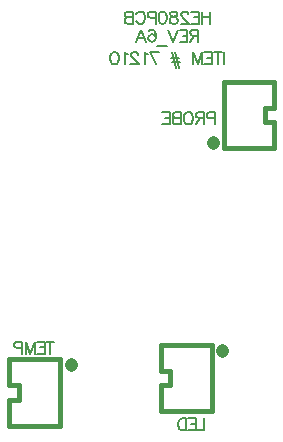
<source format=gbo>
G04 Layer_Color=32896*
%FSLAX24Y24*%
%MOIN*%
G70*
G01*
G75*
%ADD61C,0.0157*%
%ADD62C,0.0433*%
%ADD63C,0.0077*%
D61*
X8138Y10758D02*
X9831D01*
X8138D02*
X8138Y11466D01*
X8138Y12254D01*
X8138Y12962D02*
X8138Y12254D01*
X8138Y12962D02*
X9831D01*
Y10758D02*
Y11624D01*
X9516D02*
X9831D01*
X9516Y12096D02*
X9516Y11624D01*
X9516Y12096D02*
X9831Y12096D01*
Y12962D01*
X989Y3712D02*
X2682Y3712D01*
Y3004D02*
Y3712D01*
Y3004D02*
X2682Y2216D01*
X2682Y1508D02*
X2682Y2216D01*
X989Y1508D02*
X2682D01*
X989Y2846D02*
Y3712D01*
Y2846D02*
X1304Y2846D01*
Y2374D02*
Y2846D01*
X989Y2374D02*
X1304Y2374D01*
X989Y1508D02*
Y2374D01*
X6049Y4182D02*
X7742D01*
Y3474D02*
Y4182D01*
Y2686D02*
Y3474D01*
Y1978D02*
Y2686D01*
X6049Y1978D02*
X7742D01*
X6049Y3316D02*
Y4182D01*
Y3316D02*
X6364Y3316D01*
Y2844D02*
Y3316D01*
X6049Y2844D02*
X6364D01*
X6049Y1978D02*
Y2844D01*
D62*
X7783Y10915D02*
X7783Y10954D01*
X3037Y3516D02*
X3037Y3555D01*
X8097Y3986D02*
Y4025D01*
D63*
X7300Y14703D02*
Y14293D01*
Y14703D02*
X7124D01*
X7066Y14684D01*
X7046Y14664D01*
X7027Y14625D01*
Y14586D01*
X7046Y14547D01*
X7066Y14528D01*
X7124Y14508D01*
X7300D01*
X7163D02*
X7027Y14293D01*
X6681Y14703D02*
X6935D01*
Y14293D01*
X6681D01*
X6935Y14508D02*
X6779D01*
X6613Y14703D02*
X6457Y14293D01*
X6300Y14703D02*
X6457Y14293D01*
X6248Y14157D02*
X5935D01*
X5648Y14645D02*
X5668Y14684D01*
X5726Y14703D01*
X5765D01*
X5824Y14684D01*
X5863Y14625D01*
X5882Y14528D01*
Y14430D01*
X5863Y14352D01*
X5824Y14313D01*
X5765Y14293D01*
X5746D01*
X5687Y14313D01*
X5648Y14352D01*
X5629Y14410D01*
Y14430D01*
X5648Y14489D01*
X5687Y14528D01*
X5746Y14547D01*
X5765D01*
X5824Y14528D01*
X5863Y14489D01*
X5882Y14430D01*
X5226Y14293D02*
X5383Y14703D01*
X5539Y14293D01*
X5480Y14430D02*
X5285D01*
X7689Y15310D02*
Y14900D01*
X7415Y15310D02*
Y14900D01*
X7689Y15115D02*
X7415D01*
X7048Y15310D02*
X7302D01*
Y14900D01*
X7048D01*
X7302Y15115D02*
X7146D01*
X6960Y15212D02*
Y15232D01*
X6941Y15271D01*
X6921Y15290D01*
X6882Y15310D01*
X6804D01*
X6765Y15290D01*
X6745Y15271D01*
X6726Y15232D01*
Y15193D01*
X6745Y15154D01*
X6785Y15095D01*
X6980Y14900D01*
X6706D01*
X6517Y15310D02*
X6576Y15290D01*
X6595Y15251D01*
Y15212D01*
X6576Y15173D01*
X6537Y15154D01*
X6458Y15134D01*
X6400Y15115D01*
X6361Y15076D01*
X6341Y15037D01*
Y14978D01*
X6361Y14939D01*
X6380Y14920D01*
X6439Y14900D01*
X6517D01*
X6576Y14920D01*
X6595Y14939D01*
X6615Y14978D01*
Y15037D01*
X6595Y15076D01*
X6556Y15115D01*
X6498Y15134D01*
X6419Y15154D01*
X6380Y15173D01*
X6361Y15212D01*
Y15251D01*
X6380Y15290D01*
X6439Y15310D01*
X6517D01*
X6132D02*
X6191Y15290D01*
X6230Y15232D01*
X6250Y15134D01*
Y15076D01*
X6230Y14978D01*
X6191Y14920D01*
X6132Y14900D01*
X6093D01*
X6035Y14920D01*
X5996Y14978D01*
X5976Y15076D01*
Y15134D01*
X5996Y15232D01*
X6035Y15290D01*
X6093Y15310D01*
X6132D01*
X5884Y15095D02*
X5709D01*
X5650Y15115D01*
X5631Y15134D01*
X5611Y15173D01*
Y15232D01*
X5631Y15271D01*
X5650Y15290D01*
X5709Y15310D01*
X5884D01*
Y14900D01*
X5226Y15212D02*
X5246Y15251D01*
X5285Y15290D01*
X5324Y15310D01*
X5402D01*
X5441Y15290D01*
X5480Y15251D01*
X5500Y15212D01*
X5519Y15154D01*
Y15056D01*
X5500Y14998D01*
X5480Y14959D01*
X5441Y14920D01*
X5402Y14900D01*
X5324D01*
X5285Y14920D01*
X5246Y14959D01*
X5226Y14998D01*
X5111Y15310D02*
Y14900D01*
Y15310D02*
X4936D01*
X4877Y15290D01*
X4857Y15271D01*
X4838Y15232D01*
Y15193D01*
X4857Y15154D01*
X4877Y15134D01*
X4936Y15115D01*
X5111D02*
X4936D01*
X4877Y15095D01*
X4857Y15076D01*
X4838Y15037D01*
Y14978D01*
X4857Y14939D01*
X4877Y14920D01*
X4936Y14900D01*
X5111D01*
X8161Y13960D02*
Y13550D01*
X7938Y13960D02*
Y13550D01*
X8075Y13960D02*
X7802D01*
X7499D02*
X7753D01*
Y13550D01*
X7499D01*
X7753Y13765D02*
X7597D01*
X7431Y13960D02*
Y13550D01*
Y13960D02*
X7275Y13550D01*
X7118Y13960D02*
X7275Y13550D01*
X7118Y13960D02*
Y13550D01*
X6523Y13960D02*
X6660Y13413D01*
X6406Y13960D02*
X6542Y13413D01*
X6660Y13745D02*
X6386D01*
X6679Y13628D02*
X6406D01*
X5697Y13960D02*
X5892Y13550D01*
X5970Y13960D02*
X5697D01*
X5605Y13882D02*
X5566Y13901D01*
X5508Y13960D01*
Y13550D01*
X5285Y13862D02*
Y13882D01*
X5265Y13921D01*
X5246Y13941D01*
X5207Y13960D01*
X5129D01*
X5090Y13941D01*
X5070Y13921D01*
X5051Y13882D01*
Y13843D01*
X5070Y13804D01*
X5109Y13745D01*
X5305Y13550D01*
X5031D01*
X4939Y13882D02*
X4900Y13901D01*
X4842Y13960D01*
Y13550D01*
X4522Y13960D02*
X4580Y13941D01*
X4619Y13882D01*
X4639Y13784D01*
Y13726D01*
X4619Y13628D01*
X4580Y13570D01*
X4522Y13550D01*
X4483D01*
X4424Y13570D01*
X4385Y13628D01*
X4365Y13726D01*
Y13784D01*
X4385Y13882D01*
X4424Y13941D01*
X4483Y13960D01*
X4522D01*
X7850Y11745D02*
X7674D01*
X7616Y11765D01*
X7596Y11784D01*
X7577Y11823D01*
Y11882D01*
X7596Y11921D01*
X7616Y11940D01*
X7674Y11960D01*
X7850D01*
Y11550D01*
X7485Y11960D02*
Y11550D01*
Y11960D02*
X7309D01*
X7251Y11940D01*
X7231Y11921D01*
X7212Y11882D01*
Y11843D01*
X7231Y11804D01*
X7251Y11784D01*
X7309Y11765D01*
X7485D01*
X7348D02*
X7212Y11550D01*
X7003Y11960D02*
X7042Y11940D01*
X7081Y11901D01*
X7100Y11862D01*
X7120Y11804D01*
Y11706D01*
X7100Y11648D01*
X7081Y11609D01*
X7042Y11570D01*
X7003Y11550D01*
X6925D01*
X6885Y11570D01*
X6846Y11609D01*
X6827Y11648D01*
X6807Y11706D01*
Y11804D01*
X6827Y11862D01*
X6846Y11901D01*
X6885Y11940D01*
X6925Y11960D01*
X7003D01*
X6712D02*
Y11550D01*
Y11960D02*
X6536D01*
X6477Y11940D01*
X6458Y11921D01*
X6438Y11882D01*
Y11843D01*
X6458Y11804D01*
X6477Y11784D01*
X6536Y11765D01*
X6712D02*
X6536D01*
X6477Y11745D01*
X6458Y11726D01*
X6438Y11687D01*
Y11628D01*
X6458Y11589D01*
X6477Y11570D01*
X6536Y11550D01*
X6712D01*
X6093Y11960D02*
X6347D01*
Y11550D01*
X6093D01*
X6347Y11765D02*
X6190D01*
X2363Y4310D02*
Y3900D01*
X2500Y4310D02*
X2227D01*
X1924D02*
X2178D01*
Y3900D01*
X1924D01*
X2178Y4115D02*
X2022D01*
X1856Y4310D02*
Y3900D01*
Y4310D02*
X1699Y3900D01*
X1543Y4310D02*
X1699Y3900D01*
X1543Y4310D02*
Y3900D01*
X1426Y4095D02*
X1250D01*
X1192Y4115D01*
X1172Y4134D01*
X1153Y4173D01*
Y4232D01*
X1172Y4271D01*
X1192Y4290D01*
X1250Y4310D01*
X1426D01*
Y3900D01*
X7500Y1760D02*
Y1350D01*
X7266D01*
X6967Y1760D02*
X7221D01*
Y1350D01*
X6967D01*
X7221Y1565D02*
X7065D01*
X6899Y1760D02*
Y1350D01*
Y1760D02*
X6762D01*
X6703Y1741D01*
X6664Y1701D01*
X6645Y1662D01*
X6625Y1604D01*
Y1506D01*
X6645Y1448D01*
X6664Y1409D01*
X6703Y1370D01*
X6762Y1350D01*
X6899D01*
M02*

</source>
